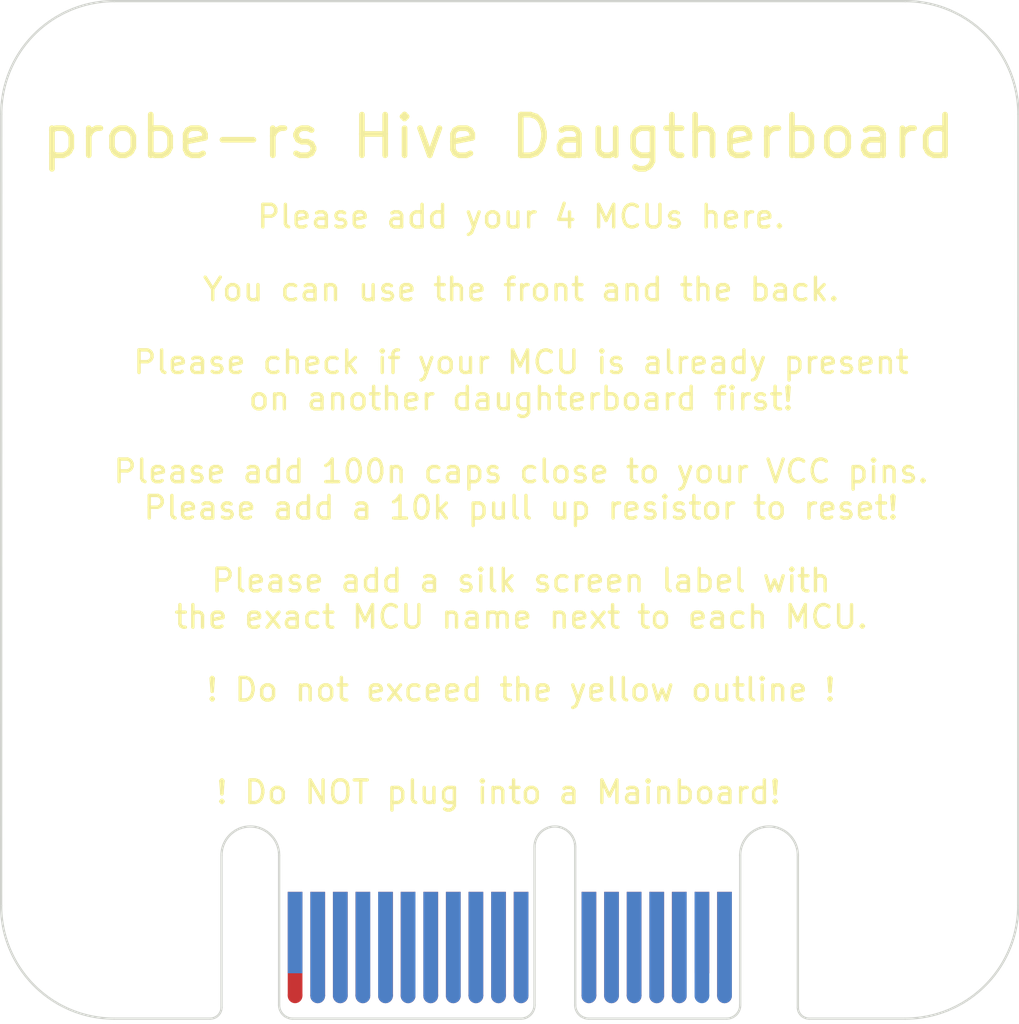
<source format=kicad_pcb>
(kicad_pcb (version 20171130) (host pcbnew 5.1.4+dfsg1-1)

  (general
    (thickness 1.6)
    (drawings 29)
    (tracks 0)
    (zones 0)
    (modules 1)
    (nets 37)
  )

  (page A4)
  (layers
    (0 F.Cu signal)
    (31 B.Cu signal)
    (32 B.Adhes user)
    (33 F.Adhes user)
    (34 B.Paste user)
    (35 F.Paste user)
    (36 B.SilkS user)
    (37 F.SilkS user)
    (38 B.Mask user)
    (39 F.Mask user)
    (40 Dwgs.User user)
    (41 Cmts.User user)
    (42 Eco1.User user)
    (43 Eco2.User user)
    (44 Edge.Cuts user)
    (45 Margin user)
    (46 B.CrtYd user)
    (47 F.CrtYd user)
    (48 B.Fab user)
    (49 F.Fab user)
  )

  (setup
    (last_trace_width 0.25)
    (trace_clearance 0.2)
    (zone_clearance 0.508)
    (zone_45_only no)
    (trace_min 0.2)
    (via_size 0.8)
    (via_drill 0.4)
    (via_min_size 0.4)
    (via_min_drill 0.3)
    (uvia_size 0.3)
    (uvia_drill 0.1)
    (uvias_allowed no)
    (uvia_min_size 0.2)
    (uvia_min_drill 0.1)
    (edge_width 0.05)
    (segment_width 0.2)
    (pcb_text_width 0.3)
    (pcb_text_size 1.5 1.5)
    (mod_edge_width 0.12)
    (mod_text_size 1 1)
    (mod_text_width 0.15)
    (pad_size 1.524 1.524)
    (pad_drill 0.762)
    (pad_to_mask_clearance 0.051)
    (solder_mask_min_width 0.25)
    (aux_axis_origin 0 0)
    (visible_elements FFFFFF7F)
    (pcbplotparams
      (layerselection 0x010fc_ffffffff)
      (usegerberextensions false)
      (usegerberattributes false)
      (usegerberadvancedattributes false)
      (creategerberjobfile false)
      (excludeedgelayer true)
      (linewidth 0.100000)
      (plotframeref false)
      (viasonmask false)
      (mode 1)
      (useauxorigin false)
      (hpglpennumber 1)
      (hpglpenspeed 20)
      (hpglpendiameter 15.000000)
      (psnegative false)
      (psa4output false)
      (plotreference true)
      (plotvalue true)
      (plotinvisibletext false)
      (padsonsilk false)
      (subtractmaskfromsilk false)
      (outputformat 1)
      (mirror false)
      (drillshape 1)
      (scaleselection 1)
      (outputdirectory ""))
  )

  (net 0 "")
  (net 1 "Net-(P1-PadA13)")
  (net 2 "Net-(P1-PadA12)")
  (net 3 "Net-(P1-PadA18)")
  (net 4 "Net-(P1-PadA17)")
  (net 5 "Net-(P1-PadA16)")
  (net 6 "Net-(P1-PadA15)")
  (net 7 "Net-(P1-PadA14)")
  (net 8 "Net-(P1-PadA11)")
  (net 9 "Net-(P1-PadA10)")
  (net 10 "Net-(P1-PadA9)")
  (net 11 "Net-(P1-PadA8)")
  (net 12 "Net-(P1-PadA7)")
  (net 13 "Net-(P1-PadA6)")
  (net 14 "Net-(P1-PadA5)")
  (net 15 "Net-(P1-PadA4)")
  (net 16 "Net-(P1-PadA3)")
  (net 17 "Net-(P1-PadA2)")
  (net 18 "Net-(P1-PadA1)")
  (net 19 "Net-(P1-PadB13)")
  (net 20 "Net-(P1-PadB12)")
  (net 21 "Net-(P1-PadB18)")
  (net 22 "Net-(P1-PadB17)")
  (net 23 "Net-(P1-PadB16)")
  (net 24 "Net-(P1-PadB15)")
  (net 25 "Net-(P1-PadB14)")
  (net 26 "Net-(P1-PadB11)")
  (net 27 "Net-(P1-PadB10)")
  (net 28 "Net-(P1-PadB9)")
  (net 29 "Net-(P1-PadB8)")
  (net 30 "Net-(P1-PadB7)")
  (net 31 "Net-(P1-PadB6)")
  (net 32 "Net-(P1-PadB5)")
  (net 33 "Net-(P1-PadB4)")
  (net 34 "Net-(P1-PadB3)")
  (net 35 "Net-(P1-PadB2)")
  (net 36 "Net-(P1-PadB1)")

  (net_class Default "This is the default net class."
    (clearance 0.2)
    (trace_width 0.25)
    (via_dia 0.8)
    (via_drill 0.4)
    (uvia_dia 0.3)
    (uvia_drill 0.1)
    (add_net "Net-(P1-PadA1)")
    (add_net "Net-(P1-PadA10)")
    (add_net "Net-(P1-PadA11)")
    (add_net "Net-(P1-PadA12)")
    (add_net "Net-(P1-PadA13)")
    (add_net "Net-(P1-PadA14)")
    (add_net "Net-(P1-PadA15)")
    (add_net "Net-(P1-PadA16)")
    (add_net "Net-(P1-PadA17)")
    (add_net "Net-(P1-PadA18)")
    (add_net "Net-(P1-PadA2)")
    (add_net "Net-(P1-PadA3)")
    (add_net "Net-(P1-PadA4)")
    (add_net "Net-(P1-PadA5)")
    (add_net "Net-(P1-PadA6)")
    (add_net "Net-(P1-PadA7)")
    (add_net "Net-(P1-PadA8)")
    (add_net "Net-(P1-PadA9)")
    (add_net "Net-(P1-PadB1)")
    (add_net "Net-(P1-PadB10)")
    (add_net "Net-(P1-PadB11)")
    (add_net "Net-(P1-PadB12)")
    (add_net "Net-(P1-PadB13)")
    (add_net "Net-(P1-PadB14)")
    (add_net "Net-(P1-PadB15)")
    (add_net "Net-(P1-PadB16)")
    (add_net "Net-(P1-PadB17)")
    (add_net "Net-(P1-PadB18)")
    (add_net "Net-(P1-PadB2)")
    (add_net "Net-(P1-PadB3)")
    (add_net "Net-(P1-PadB4)")
    (add_net "Net-(P1-PadB5)")
    (add_net "Net-(P1-PadB6)")
    (add_net "Net-(P1-PadB7)")
    (add_net "Net-(P1-PadB8)")
    (add_net "Net-(P1-PadB9)")
  )

  (module Connector_PCBEdge:BUS_PCIexpress (layer F.Cu) (tedit 5FB8FF30) (tstamp 5FB95305)
    (at 68 81.21)
    (descr "PCIexpress Bus Edge Connector")
    (tags "PCIexpress Bus Edge Connector")
    (path /5FB8FBCC)
    (attr virtual)
    (fp_text reference P1 (at 5.05 -3.31) (layer F.SilkS) hide
      (effects (font (size 1 1) (thickness 0.15)))
    )
    (fp_text value PCIEX1_02X18 (at 16.48 -3.31) (layer F.Fab) hide
      (effects (font (size 1 1) (thickness 0.15)))
    )
    (fp_text user %R (at 9.5 0.662) (layer F.Fab)
      (effects (font (size 1 1) (thickness 0.15)))
    )
    (fp_line (start -0.95 -5.45) (end 19.95 -5.45) (layer F.CrtYd) (width 0.05))
    (fp_line (start -0.95 -5.45) (end -0.95 4.05) (layer F.CrtYd) (width 0.05))
    (fp_line (start 19.95 4.05) (end 19.95 -5.45) (layer F.CrtYd) (width 0.05))
    (fp_line (start 19.95 4.05) (end -0.95 4.05) (layer F.CrtYd) (width 0.05))
    (pad "" connect circle (at 19 2.8) (size 0.65 0.65) (layers F.Cu F.Mask))
    (pad B1 connect rect (at 0 0.5) (size 0.65 4.6) (layers F.Cu F.Mask)
      (net 36 "Net-(P1-PadB1)"))
    (pad B2 connect rect (at 1 0.5) (size 0.65 4.6) (layers F.Cu F.Mask)
      (net 35 "Net-(P1-PadB2)"))
    (pad B3 connect rect (at 2 0.5) (size 0.65 4.6) (layers F.Cu F.Mask)
      (net 34 "Net-(P1-PadB3)"))
    (pad B4 connect rect (at 3 0.5) (size 0.65 4.6) (layers F.Cu F.Mask)
      (net 33 "Net-(P1-PadB4)"))
    (pad B5 connect rect (at 4 0.5) (size 0.65 4.6) (layers F.Cu F.Mask)
      (net 32 "Net-(P1-PadB5)"))
    (pad B6 connect rect (at 5 0.5) (size 0.65 4.6) (layers F.Cu F.Mask)
      (net 31 "Net-(P1-PadB6)"))
    (pad B7 connect rect (at 6 0.5) (size 0.65 4.6) (layers F.Cu F.Mask)
      (net 30 "Net-(P1-PadB7)"))
    (pad B8 connect rect (at 7 0.5) (size 0.65 4.6) (layers F.Cu F.Mask)
      (net 29 "Net-(P1-PadB8)"))
    (pad B9 connect rect (at 8 0.5) (size 0.65 4.6) (layers F.Cu F.Mask)
      (net 28 "Net-(P1-PadB9)"))
    (pad B10 connect rect (at 9 0.5) (size 0.65 4.6) (layers F.Cu F.Mask)
      (net 27 "Net-(P1-PadB10)"))
    (pad B11 connect rect (at 10 0.5) (size 0.65 4.6) (layers F.Cu F.Mask)
      (net 26 "Net-(P1-PadB11)"))
    (pad B14 connect rect (at 15 0.5) (size 0.65 4.6) (layers F.Cu F.Mask)
      (net 25 "Net-(P1-PadB14)"))
    (pad B15 connect rect (at 16 0.5) (size 0.65 4.6) (layers F.Cu F.Mask)
      (net 24 "Net-(P1-PadB15)"))
    (pad B16 connect rect (at 17 0.5) (size 0.65 4.6) (layers F.Cu F.Mask)
      (net 23 "Net-(P1-PadB16)"))
    (pad B17 connect rect (at 18 0) (size 0.65 3.6) (layers F.Cu F.Mask)
      (net 22 "Net-(P1-PadB17)"))
    (pad B18 connect rect (at 19 0.5) (size 0.65 4.6) (layers F.Cu F.Mask)
      (net 21 "Net-(P1-PadB18)"))
    (pad B12 connect rect (at 13 0.5) (size 0.65 4.6) (layers F.Cu F.Mask)
      (net 20 "Net-(P1-PadB12)"))
    (pad B13 connect rect (at 14 0.5) (size 0.65 4.6) (layers F.Cu F.Mask)
      (net 19 "Net-(P1-PadB13)"))
    (pad A1 connect rect (at 0 0) (size 0.65 3.6) (layers B.Cu B.Mask)
      (net 18 "Net-(P1-PadA1)"))
    (pad A2 connect rect (at 1 0.5) (size 0.65 4.6) (layers B.Cu B.Mask)
      (net 17 "Net-(P1-PadA2)"))
    (pad A3 connect rect (at 2 0.5) (size 0.65 4.6) (layers B.Cu B.Mask)
      (net 16 "Net-(P1-PadA3)"))
    (pad A4 connect rect (at 3 0.5) (size 0.65 4.6) (layers B.Cu B.Mask)
      (net 15 "Net-(P1-PadA4)"))
    (pad A5 connect rect (at 4 0.5) (size 0.65 4.6) (layers B.Cu B.Mask)
      (net 14 "Net-(P1-PadA5)"))
    (pad A6 connect rect (at 5 0.5) (size 0.65 4.6) (layers B.Cu B.Mask)
      (net 13 "Net-(P1-PadA6)"))
    (pad A7 connect rect (at 6 0.5) (size 0.65 4.6) (layers B.Cu B.Mask)
      (net 12 "Net-(P1-PadA7)"))
    (pad A8 connect rect (at 7 0.5) (size 0.65 4.6) (layers B.Cu B.Mask)
      (net 11 "Net-(P1-PadA8)"))
    (pad A9 connect rect (at 8 0.5) (size 0.65 4.6) (layers B.Cu B.Mask)
      (net 10 "Net-(P1-PadA9)"))
    (pad A10 connect rect (at 9 0.5) (size 0.65 4.6) (layers B.Cu B.Mask)
      (net 9 "Net-(P1-PadA10)"))
    (pad A11 connect rect (at 10 0.5) (size 0.65 4.6) (layers B.Cu B.Mask)
      (net 8 "Net-(P1-PadA11)"))
    (pad A14 connect rect (at 15 0.5) (size 0.65 4.6) (layers B.Cu B.Mask)
      (net 7 "Net-(P1-PadA14)"))
    (pad A15 connect rect (at 16 0.5) (size 0.65 4.6) (layers B.Cu B.Mask)
      (net 6 "Net-(P1-PadA15)"))
    (pad A16 connect rect (at 17 0.5) (size 0.65 4.6) (layers B.Cu B.Mask)
      (net 5 "Net-(P1-PadA16)"))
    (pad A17 connect rect (at 18 0.5) (size 0.65 4.6) (layers B.Cu B.Mask)
      (net 4 "Net-(P1-PadA17)"))
    (pad A18 connect rect (at 19 0.5) (size 0.65 4.6) (layers B.Cu B.Mask)
      (net 3 "Net-(P1-PadA18)"))
    (pad A12 connect rect (at 13 0.5) (size 0.65 4.6) (layers B.Cu B.Mask)
      (net 2 "Net-(P1-PadA12)"))
    (pad A13 connect rect (at 14 0.5) (size 0.65 4.6) (layers B.Cu B.Mask)
      (net 1 "Net-(P1-PadA13)"))
    (pad "" connect circle (at 2 2.8) (size 0.65 0.65) (layers F.Cu F.Mask))
    (pad "" connect circle (at 3 2.8) (size 0.65 0.65) (layers F.Cu F.Mask))
    (pad "" connect circle (at 4 2.8) (size 0.65 0.65) (layers F.Cu F.Mask))
    (pad "" connect circle (at 5 2.8) (size 0.65 0.65) (layers F.Cu F.Mask))
    (pad "" connect circle (at 6 2.8) (size 0.65 0.65) (layers F.Cu F.Mask))
    (pad "" connect circle (at 7 2.8) (size 0.65 0.65) (layers F.Cu F.Mask))
    (pad "" connect circle (at 8 2.8) (size 0.65 0.65) (layers F.Cu F.Mask))
    (pad "" connect circle (at 9 2.8) (size 0.65 0.65) (layers F.Cu F.Mask))
    (pad "" connect circle (at 10 2.8) (size 0.65 0.65) (layers F.Cu F.Mask))
    (pad "" connect circle (at 0 2.8) (size 0.65 0.65) (layers F.Cu F.Mask))
    (pad "" connect circle (at 13 2.8) (size 0.65 0.65) (layers F.Cu F.Mask))
    (pad "" connect circle (at 14 2.8) (size 0.65 0.65) (layers F.Cu F.Mask))
    (pad "" connect circle (at 15 2.8) (size 0.65 0.65) (layers F.Cu F.Mask))
    (pad "" connect circle (at 16 2.8) (size 0.65 0.65) (layers F.Cu F.Mask))
    (pad "" connect circle (at 17 2.8) (size 0.65 0.65) (layers F.Cu F.Mask))
    (pad "" connect circle (at 1 2.8) (size 0.65 0.65) (layers F.Cu F.Mask))
    (pad "" connect oval (at 3 2.8 90) (size 0.65 0.65) (layers B.Cu B.Mask))
    (pad "" connect oval (at 4 2.8 90) (size 0.65 0.65) (layers B.Cu B.Mask))
    (pad "" connect oval (at 5 2.8 90) (size 0.65 0.65) (layers B.Cu B.Mask))
    (pad "" connect oval (at 6 2.8 90) (size 0.65 0.65) (layers B.Cu B.Mask))
    (pad "" connect oval (at 7 2.8 90) (size 0.65 0.65) (layers B.Cu B.Mask))
    (pad "" connect oval (at 8 2.8 90) (size 0.65 0.65) (layers B.Cu B.Mask))
    (pad "" connect oval (at 9 2.8 90) (size 0.65 0.65) (layers B.Cu B.Mask))
    (pad "" connect oval (at 15 2.8 90) (size 0.65 0.65) (layers B.Cu B.Mask))
    (pad "" connect oval (at 16 2.8 90) (size 0.65 0.65) (layers B.Cu B.Mask))
    (pad "" connect oval (at 2 2.8 90) (size 0.65 0.65) (layers B.Cu B.Mask))
    (pad "" connect oval (at 14 2.8 90) (size 0.65 0.65) (layers B.Cu B.Mask))
    (pad "" connect oval (at 17 2.8 90) (size 0.65 0.65) (layers B.Cu B.Mask))
    (pad "" connect oval (at 10 2.8 90) (size 0.65 0.65) (layers B.Cu B.Mask))
    (pad "" connect oval (at 13 2.8 90) (size 0.65 0.65) (layers B.Cu B.Mask))
    (pad "" connect oval (at 18 2.8 90) (size 0.65 0.65) (layers B.Cu B.Mask))
    (pad "" connect oval (at 19 2.8 90) (size 0.65 0.65) (layers B.Cu B.Mask))
    (pad "" connect oval (at 1 2.8 90) (size 0.65 0.65) (layers B.Cu B.Mask))
  )

  (gr_text "probe-rs Hive Daugtherboard" (at 77 46) (layer F.SilkS)
    (effects (font (size 1.8 1.8) (thickness 0.25)))
  )
  (gr_text "Please add your 4 MCUs here.\n\nYou can use the front and the back.\n\nPlease check if your MCU is already present\non another daughterboard first!\n\nPlease add 100n caps close to your VCC pins.\nPlease add a 10k pull up resistor to reset!\n\nPlease add a silk screen label with\nthe exact MCU name next to each MCU.\n\n! Do not exceed the yellow outline !" (at 78 60) (layer F.SilkS)
    (effects (font (size 1 1) (thickness 0.15)))
  )
  (gr_text "! Do NOT plug into a Mainboard!" (at 77 75) (layer F.SilkS)
    (effects (font (size 1 1) (thickness 0.15)))
  )
  (gr_line (start 95 40) (end 60 40) (layer Edge.Cuts) (width 0.1) (tstamp 5FB95605))
  (gr_arc (start 95 45) (end 100 45) (angle -90) (layer Edge.Cuts) (width 0.1))
  (gr_arc (start 60 45) (end 60 40) (angle -90) (layer Edge.Cuts) (width 0.1))
  (gr_line (start 90.744 85.017) (end 94.994 85.017) (layer Edge.Cuts) (width 0.1) (tstamp 5FB953CA))
  (gr_arc (start 64.244 84.517) (end 64.744 84.517) (angle 90) (layer Edge.Cuts) (width 0.1) (tstamp 5FB953C7))
  (gr_arc (start 88.969 77.792) (end 87.694 77.792) (angle 180) (layer Edge.Cuts) (width 0.1) (tstamp 5FB953C4))
  (gr_line (start 54.994 80.017) (end 55 45) (layer Edge.Cuts) (width 0.1))
  (gr_line (start 99.994 80.017) (end 100 45) (layer Edge.Cuts) (width 0.1))
  (gr_arc (start 66.019 77.792) (end 64.744 77.792) (angle 180) (layer Edge.Cuts) (width 0.1) (tstamp 5FB953C1))
  (gr_line (start 77.994 85.017) (end 67.894 85.017) (layer Edge.Cuts) (width 0.1) (tstamp 5FB953BE))
  (gr_line (start 59.994 85.017) (end 64.244 85.017) (angle 90) (layer Edge.Cuts) (width 0.1) (tstamp 5FB953BB))
  (gr_line (start 64.744 84.517) (end 64.744 77.792) (layer Edge.Cuts) (width 0.1) (tstamp 5FB953B8))
  (gr_arc (start 87.094 84.417) (end 87.694 84.417) (angle 90) (layer Edge.Cuts) (width 0.1) (tstamp 5FB952AA))
  (gr_arc (start 80.994 84.417) (end 80.994 85.017) (angle 90) (layer Edge.Cuts) (width 0.1) (tstamp 5FB952A7))
  (gr_arc (start 94.994 80.017) (end 99.994 80.017) (angle 90) (layer Edge.Cuts) (width 0.1) (tstamp 5FB952A4))
  (gr_line (start 78.594 84.417) (end 78.594 77.417) (layer Edge.Cuts) (width 0.1) (tstamp 5FB952A1))
  (gr_line (start 87.694 77.792) (end 87.694 84.417) (layer Edge.Cuts) (width 0.1) (tstamp 5FB9529E))
  (gr_line (start 80.394 77.417) (end 80.394 84.417) (layer Edge.Cuts) (width 0.1) (tstamp 5FB9529B))
  (gr_line (start 67.294 77.792) (end 67.294 84.417) (layer Edge.Cuts) (width 0.1) (tstamp 5FB95298))
  (gr_arc (start 59.994 80.017) (end 59.994 85.017) (angle 90) (layer Edge.Cuts) (width 0.1) (tstamp 5FB95295))
  (gr_arc (start 67.894 84.417) (end 67.894 85.017) (angle 90) (layer Edge.Cuts) (width 0.1) (tstamp 5FB95292))
  (gr_arc (start 90.744 84.517) (end 90.744 85.017) (angle 90) (layer Edge.Cuts) (width 0.1) (tstamp 5FB9528F))
  (gr_line (start 80.994 85.017) (end 87.094 85.017) (layer Edge.Cuts) (width 0.1) (tstamp 5FB9528C))
  (gr_arc (start 79.494 77.417) (end 78.594 77.417) (angle 180) (layer Edge.Cuts) (width 0.1) (tstamp 5FB95289))
  (gr_arc (start 77.994 84.417) (end 78.594 84.417) (angle 90) (layer Edge.Cuts) (width 0.1) (tstamp 5FB95286))
  (gr_line (start 90.244 77.792) (end 90.244 84.517) (layer Edge.Cuts) (width 0.1) (tstamp 5FB95283))

)

</source>
